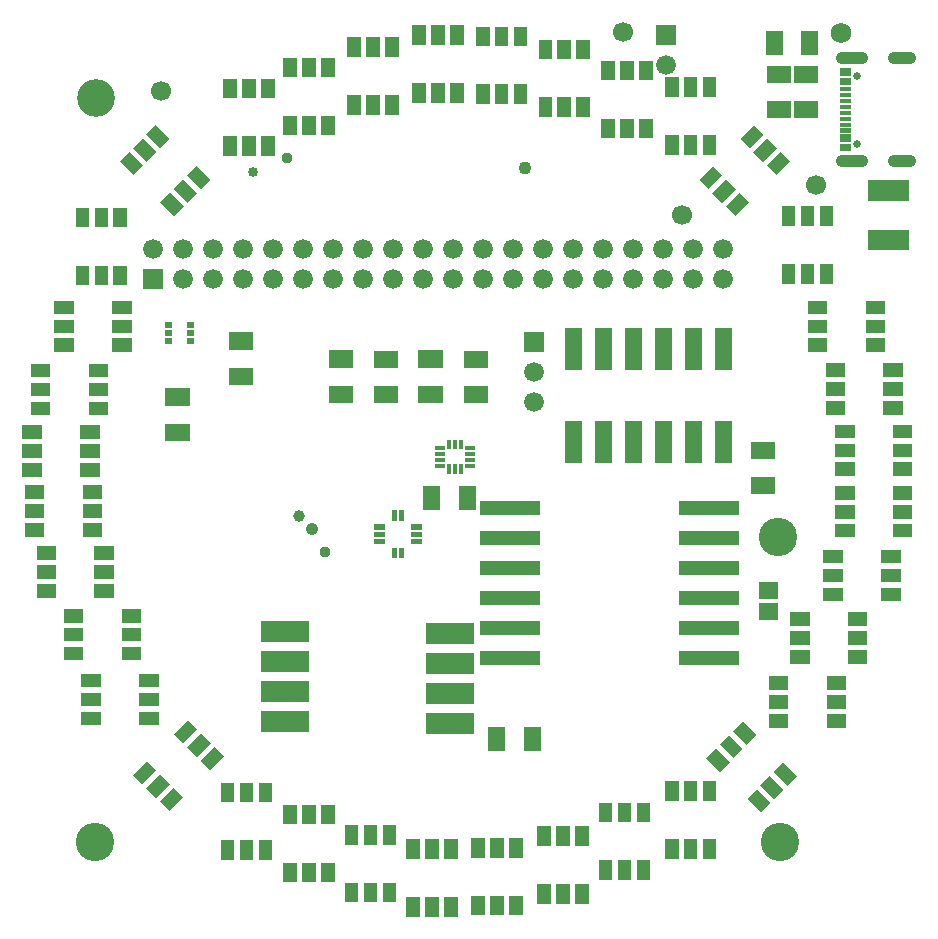
<source format=gbr>
G04 start of page 7 for group -4063 idx -4063 *
G04 Title: (unknown), componentmask *
G04 Creator: pcb 4.2.0 *
G04 CreationDate: Thu Mar 26 12:54:29 2020 UTC *
G04 For: blinken *
G04 Format: Gerber/RS-274X *
G04 PCB-Dimensions (mm): 90.16 90.16 *
G04 PCB-Coordinate-Origin: lower left *
%MOMM*%
%FSLAX43Y43*%
%LNTOPMASK*%
%ADD67C,1.008*%
%ADD66C,3.200*%
%ADD65C,0.850*%
%ADD64C,0.950*%
%ADD63C,1.000*%
%ADD62C,1.050*%
%ADD61C,1.100*%
%ADD60C,1.750*%
%ADD59C,1.700*%
%ADD58C,3.250*%
%ADD57C,0.650*%
%ADD56C,0.002*%
%ADD55C,1.676*%
G54D55*X26110Y66370D03*
X28650D03*
X31190D03*
X26110Y68910D03*
X28650D03*
X31190D03*
X33730D03*
X36270D03*
X38810D03*
X18490Y66370D03*
Y68910D03*
X21030Y66370D03*
Y68910D03*
G54D56*G36*
X12572Y67208D02*Y65532D01*
X14248D01*
Y67208D01*
X12572D01*
G37*
G54D55*X13410Y68910D03*
X15950Y66370D03*
Y68910D03*
X23570Y66370D03*
Y68910D03*
X41350D03*
X43890Y66370D03*
X46430D03*
X48970D03*
X43890Y68910D03*
X46430D03*
X48970D03*
X51510D03*
X54050D03*
X56590D03*
X51510Y66370D03*
X54050D03*
X56590D03*
X59130D03*
Y68910D03*
X61670D03*
G54D57*X72950Y77790D03*
Y83570D03*
G54D56*G36*
X55980Y87858D02*Y86181D01*
X57656D01*
Y87858D01*
X55980D01*
G37*
G54D55*X56818Y84480D03*
X61670Y66370D03*
X33730D03*
X36270D03*
X38810D03*
X41350D03*
G54D56*G36*
X44826Y61848D02*Y60171D01*
X46502D01*
Y61848D01*
X44826D01*
G37*
G54D55*X45664Y58470D03*
Y55930D03*
G54D58*X66500Y18660D03*
G54D59*X58146Y71766D03*
G54D58*X66340Y44520D03*
G54D59*X69540Y74300D03*
X53169Y87281D03*
G54D60*X71655Y87231D03*
G54D61*X44860Y75783D03*
G54D58*X8500Y18660D03*
G54D62*X26822Y45174D03*
G54D63*X25715Y46332D03*
G54D64*X27970Y43230D03*
X24733Y76649D03*
G54D59*X14100Y82260D03*
G54D65*X21853Y75462D03*
G54D66*X8579Y81703D03*
G54D56*G36*
X45077Y82837D02*X43923D01*
Y81183D01*
X45077D01*
Y82837D01*
G37*
G36*
X50377Y81737D02*X49223D01*
Y80083D01*
X50377D01*
Y81737D01*
G37*
G36*
X48777D02*X47623D01*
Y80083D01*
X48777D01*
Y81737D01*
G37*
G36*
X47177D02*X46023D01*
Y80083D01*
X47177D01*
Y81737D01*
G37*
G36*
X50377Y86637D02*X49223D01*
Y84983D01*
X50377D01*
Y86637D01*
G37*
G36*
X57877Y83437D02*X56723D01*
Y81783D01*
X57877D01*
Y83437D01*
G37*
G36*
Y78537D02*X56723D01*
Y76883D01*
X57877D01*
Y78537D01*
G37*
G36*
X55677Y79937D02*X54523D01*
Y78283D01*
X55677D01*
Y79937D01*
G37*
G36*
X54077D02*X52923D01*
Y78283D01*
X54077D01*
Y79937D01*
G37*
G36*
X52477D02*X51323D01*
Y78283D01*
X52477D01*
Y79937D01*
G37*
G36*
X54077Y84837D02*X52923D01*
Y83183D01*
X54077D01*
Y84837D01*
G37*
G36*
X52477D02*X51323D01*
Y83183D01*
X52477D01*
Y84837D01*
G37*
G36*
X55677D02*X54523D01*
Y83183D01*
X55677D01*
Y84837D01*
G37*
G36*
X43477Y87737D02*X42323D01*
Y86083D01*
X43477D01*
Y87737D01*
G37*
G36*
X45077D02*X43923D01*
Y86083D01*
X45077D01*
Y87737D01*
G37*
G36*
X48777Y86637D02*X47623D01*
Y84983D01*
X48777D01*
Y86637D01*
G37*
G36*
X47177D02*X46023D01*
Y84983D01*
X47177D01*
Y86637D01*
G37*
G36*
X39677Y82937D02*X38523D01*
Y81283D01*
X39677D01*
Y82937D01*
G37*
G36*
X43477Y82837D02*X42323D01*
Y81183D01*
X43477D01*
Y82837D01*
G37*
G36*
X41877D02*X40723D01*
Y81183D01*
X41877D01*
Y82837D01*
G37*
G36*
X61077Y78537D02*X59923D01*
Y76883D01*
X61077D01*
Y78537D01*
G37*
G36*
X59477D02*X58323D01*
Y76883D01*
X59477D01*
Y78537D01*
G37*
G36*
X65060Y78597D02*X64244Y79412D01*
X63074Y78243D01*
X63890Y77427D01*
X65060Y78597D01*
G37*
G36*
X63858Y72869D02*X63042Y73685D01*
X61872Y72515D01*
X62688Y71699D01*
X63858Y72869D01*
G37*
G36*
X62726Y74000D02*X61910Y74816D01*
X60741Y73647D01*
X61557Y72831D01*
X62726Y74000D01*
G37*
G36*
X61595Y75132D02*X60779Y75948D01*
X59609Y74778D01*
X60425Y73962D01*
X61595Y75132D01*
G37*
G36*
X66191Y77465D02*X65375Y78281D01*
X64206Y77112D01*
X65021Y76295D01*
X66191Y77465D01*
G37*
G36*
X67322Y76334D02*X66506Y77150D01*
X65337Y75980D01*
X66153Y75164D01*
X67322Y76334D01*
G37*
G36*
X65371Y81422D02*Y79969D01*
X67423D01*
Y81422D01*
X65371D01*
G37*
G36*
X67644Y81416D02*Y79964D01*
X69696D01*
Y81416D01*
X67644D01*
G37*
G36*
X73923Y74737D02*Y72983D01*
X77377D01*
Y74737D01*
X73923D01*
G37*
G36*
X69377Y72507D02*X68223D01*
Y70853D01*
X69377D01*
Y72507D01*
G37*
G36*
X67777D02*X66623D01*
Y70853D01*
X67777D01*
Y72507D01*
G37*
G36*
X69377Y67607D02*X68223D01*
Y65953D01*
X69377D01*
Y67607D01*
G37*
G36*
X67777D02*X66623D01*
Y65953D01*
X67777D01*
Y67607D01*
G37*
G36*
X70977Y72507D02*X69823D01*
Y70853D01*
X70977D01*
Y72507D01*
G37*
G36*
X71573Y82117D02*Y81763D01*
X72477D01*
Y82117D01*
X71573D01*
G37*
G36*
Y81617D02*Y81263D01*
X72477D01*
Y81617D01*
X71573D01*
G37*
G36*
Y81117D02*Y80763D01*
X72477D01*
Y81117D01*
X71573D01*
G37*
G36*
Y80617D02*Y80263D01*
X72477D01*
Y80617D01*
X71573D01*
G37*
G36*
Y80117D02*Y79763D01*
X72477D01*
Y80117D01*
X71573D01*
G37*
G36*
Y79617D02*Y79263D01*
X72477D01*
Y79617D01*
X71573D01*
G37*
G36*
Y79117D02*Y78763D01*
X72477D01*
Y79117D01*
X71573D01*
G37*
G36*
Y77817D02*Y77163D01*
X72477D01*
Y77817D01*
X71573D01*
G37*
G54D67*X71750Y76390D02*X73440D01*
G54D56*G36*
X71573Y78617D02*Y77963D01*
X72477D01*
Y78617D01*
X71573D01*
G37*
G36*
X70977Y67607D02*X69823D01*
Y65953D01*
X70977D01*
Y67607D01*
G37*
G36*
X73923Y70537D02*Y68783D01*
X77377D01*
Y70537D01*
X73923D01*
G37*
G36*
X65371Y84422D02*Y82969D01*
X67423D01*
Y84422D01*
X65371D01*
G37*
G36*
X67644Y84416D02*Y82964D01*
X69696D01*
Y84416D01*
X67644D01*
G37*
G36*
X69696Y87376D02*X68244D01*
Y85324D01*
X69696D01*
Y87376D01*
G37*
G36*
X66696D02*X65244D01*
Y85324D01*
X66696D01*
Y87376D01*
G37*
G36*
X71573Y82617D02*Y82263D01*
X72477D01*
Y82617D01*
X71573D01*
G37*
G54D67*X71750Y85040D02*X73440D01*
X76100D02*X77500D01*
G54D56*G36*
X71573Y84217D02*Y83563D01*
X72477D01*
Y84217D01*
X71573D01*
G37*
G36*
Y83417D02*Y82763D01*
X72477D01*
Y83417D01*
X71573D01*
G37*
G36*
X59477Y83437D02*X58323D01*
Y81783D01*
X59477D01*
Y83437D01*
G37*
G36*
X61077D02*X59923D01*
Y81783D01*
X61077D01*
Y83437D01*
G37*
G36*
X35844Y57320D02*Y55868D01*
X37896D01*
Y57320D01*
X35844D01*
G37*
G36*
X39708Y57311D02*Y55858D01*
X41761D01*
Y57311D01*
X39708D01*
G37*
G36*
X35844Y60320D02*Y58867D01*
X37896D01*
Y60320D01*
X35844D01*
G37*
G36*
X32059Y57313D02*Y55861D01*
X34111D01*
Y57313D01*
X32059D01*
G37*
G36*
X28263Y57317D02*Y55865D01*
X30315D01*
Y57317D01*
X28263D01*
G37*
G36*
X32059Y60313D02*Y58860D01*
X34111D01*
Y60313D01*
X32059D01*
G37*
G36*
X28263Y60317D02*Y58864D01*
X30315D01*
Y60317D01*
X28263D01*
G37*
G36*
X39708Y60310D02*Y58858D01*
X41761D01*
Y60310D01*
X39708D01*
G37*
G36*
X49708Y62244D02*X48304D01*
Y58690D01*
X49708D01*
Y62244D01*
G37*
G36*
X52248D02*X50844D01*
Y58690D01*
X52248D01*
Y62244D01*
G37*
G36*
X54788D02*X53384D01*
Y58690D01*
X54788D01*
Y62244D01*
G37*
G36*
X57328D02*X55924D01*
Y58690D01*
X57328D01*
Y62244D01*
G37*
G36*
X59868D02*X58464D01*
Y58690D01*
X59868D01*
Y62244D01*
G37*
G36*
X62408D02*X61004D01*
Y58690D01*
X62408D01*
Y62244D01*
G37*
G36*
X49708Y54344D02*X48304D01*
Y50790D01*
X49708D01*
Y54344D01*
G37*
G36*
X52248D02*X50844D01*
Y50790D01*
X52248D01*
Y54344D01*
G37*
G36*
X64654Y38916D02*Y37464D01*
X66306D01*
Y38916D01*
X64654D01*
G37*
G36*
X35255Y44384D02*Y43934D01*
X36155D01*
Y44384D01*
X35255D01*
G37*
G36*
X34655Y43634D02*X34205D01*
Y42734D01*
X34655D01*
Y43634D01*
G37*
G36*
X34055D02*X33605D01*
Y42734D01*
X34055D01*
Y43634D01*
G37*
G36*
X35255Y44984D02*Y44534D01*
X36155D01*
Y44984D01*
X35255D01*
G37*
G36*
Y45584D02*Y45134D01*
X36155D01*
Y45584D01*
X35255D01*
G37*
G36*
X34655Y46794D02*X34205D01*
Y45894D01*
X34655D01*
Y46794D01*
G37*
G36*
X34055D02*X33605D01*
Y45894D01*
X34055D01*
Y46794D01*
G37*
G36*
X32095Y44384D02*Y43934D01*
X32995D01*
Y44384D01*
X32095D01*
G37*
G36*
Y44984D02*Y44534D01*
X32995D01*
Y44984D01*
X32095D01*
G37*
G36*
Y45584D02*Y45134D01*
X32995D01*
Y45584D01*
X32095D01*
G37*
G36*
X37289Y52242D02*Y51891D01*
X38089D01*
Y52242D01*
X37289D01*
G37*
G36*
Y51741D02*Y51391D01*
X38089D01*
Y51741D01*
X37289D01*
G37*
G36*
Y51242D02*Y50891D01*
X38089D01*
Y51242D01*
X37289D01*
G37*
G36*
Y50742D02*Y50391D01*
X38089D01*
Y50742D01*
X37289D01*
G37*
G36*
X37704Y48844D02*X36252D01*
Y46792D01*
X37704D01*
Y48844D01*
G37*
G36*
X39839Y52242D02*Y51891D01*
X40639D01*
Y52242D01*
X39839D01*
G37*
G36*
Y51741D02*Y51391D01*
X40639D01*
Y51741D01*
X39839D01*
G37*
G36*
Y51242D02*Y50891D01*
X40639D01*
Y51242D01*
X39839D01*
G37*
G36*
Y50742D02*Y50391D01*
X40639D01*
Y50742D01*
X39839D01*
G37*
G36*
X38639Y52742D02*X38289D01*
Y51942D01*
X38639D01*
Y52742D01*
G37*
G36*
X39139D02*X38789D01*
Y51942D01*
X39139D01*
Y52742D01*
G37*
G36*
X39639D02*X39289D01*
Y51942D01*
X39639D01*
Y52742D01*
G37*
G36*
X38639Y50692D02*X38289D01*
Y49891D01*
X38639D01*
Y50692D01*
G37*
G36*
X39139D02*X38789D01*
Y49891D01*
X39139D01*
Y50692D01*
G37*
G36*
X39639D02*X39289D01*
Y49891D01*
X39639D01*
Y50692D01*
G37*
G36*
X40704Y48844D02*X39252D01*
Y46792D01*
X40704D01*
Y48844D01*
G37*
G36*
X62408Y54344D02*X61004D01*
Y50790D01*
X62408D01*
Y54344D01*
G37*
G36*
X64014Y52606D02*Y51154D01*
X66066D01*
Y52606D01*
X64014D01*
G37*
G36*
Y49606D02*Y48154D01*
X66066D01*
Y49606D01*
X64014D01*
G37*
G36*
X64654Y40716D02*Y39264D01*
X66306D01*
Y40716D01*
X64654D01*
G37*
G36*
X54788Y54344D02*X53384D01*
Y50790D01*
X54788D01*
Y54344D01*
G37*
G36*
X57328D02*X55924D01*
Y50790D01*
X57328D01*
Y54344D01*
G37*
G36*
X59868D02*X58464D01*
Y50790D01*
X59868D01*
Y54344D01*
G37*
G36*
X73723Y62937D02*Y61783D01*
X75377D01*
Y62937D01*
X73723D01*
G37*
G36*
Y64537D02*Y63383D01*
X75377D01*
Y64537D01*
X73723D01*
G37*
G36*
X68823Y61337D02*Y60183D01*
X70477D01*
Y61337D01*
X68823D01*
G37*
G36*
Y62937D02*Y61783D01*
X70477D01*
Y62937D01*
X68823D01*
G37*
G36*
Y64537D02*Y63383D01*
X70477D01*
Y64537D01*
X68823D01*
G37*
G36*
X73723Y61337D02*Y60183D01*
X75377D01*
Y61337D01*
X73723D01*
G37*
G36*
X75223Y59237D02*Y58083D01*
X76877D01*
Y59237D01*
X75223D01*
G37*
G36*
X70323Y57637D02*Y56483D01*
X71977D01*
Y57637D01*
X70323D01*
G37*
G36*
Y59237D02*Y58083D01*
X71977D01*
Y59237D01*
X70323D01*
G37*
G54D67*X76100Y76390D02*X77500D01*
G54D56*G36*
X75223Y57637D02*Y56483D01*
X76877D01*
Y57637D01*
X75223D01*
G37*
G36*
Y56037D02*Y54883D01*
X76877D01*
Y56037D01*
X75223D01*
G37*
G36*
X76023Y54037D02*Y52883D01*
X77677D01*
Y54037D01*
X76023D01*
G37*
G36*
X70323Y56037D02*Y54883D01*
X71977D01*
Y56037D01*
X70323D01*
G37*
G36*
X71123Y52437D02*Y51283D01*
X72777D01*
Y52437D01*
X71123D01*
G37*
G36*
Y54037D02*Y52883D01*
X72777D01*
Y54037D01*
X71123D01*
G37*
G36*
X76023Y52437D02*Y51283D01*
X77677D01*
Y52437D01*
X76023D01*
G37*
G36*
Y50837D02*Y49683D01*
X77677D01*
Y50837D01*
X76023D01*
G37*
G36*
Y47237D02*Y46083D01*
X77677D01*
Y47237D01*
X76023D01*
G37*
G36*
Y48837D02*Y47683D01*
X77677D01*
Y48837D01*
X76023D01*
G37*
G36*
X71123Y50837D02*Y49683D01*
X72777D01*
Y50837D01*
X71123D01*
G37*
G36*
Y47237D02*Y46083D01*
X72777D01*
Y47237D01*
X71123D01*
G37*
G36*
Y48837D02*Y47683D01*
X72777D01*
Y48837D01*
X71123D01*
G37*
G36*
X76023Y45637D02*Y44483D01*
X77677D01*
Y45637D01*
X76023D01*
G37*
G36*
X75023Y41837D02*Y40683D01*
X76677D01*
Y41837D01*
X75023D01*
G37*
G36*
Y43437D02*Y42283D01*
X76677D01*
Y43437D01*
X75023D01*
G37*
G36*
X71123Y45637D02*Y44483D01*
X72777D01*
Y45637D01*
X71123D01*
G37*
G36*
X70123Y40237D02*Y39083D01*
X71777D01*
Y40237D01*
X70123D01*
G37*
G36*
Y41837D02*Y40683D01*
X71777D01*
Y41837D01*
X70123D01*
G37*
G36*
Y43437D02*Y42283D01*
X71777D01*
Y43437D01*
X70123D01*
G37*
G36*
X75023Y40237D02*Y39083D01*
X76677D01*
Y40237D01*
X75023D01*
G37*
G36*
X72223Y36537D02*Y35383D01*
X73877D01*
Y36537D01*
X72223D01*
G37*
G36*
Y38137D02*Y36983D01*
X73877D01*
Y38137D01*
X72223D01*
G37*
G36*
X67323Y36537D02*Y35383D01*
X68977D01*
Y36537D01*
X67323D01*
G37*
G36*
Y38137D02*Y36983D01*
X68977D01*
Y38137D01*
X67323D01*
G37*
G36*
X72223Y34937D02*Y33783D01*
X73877D01*
Y34937D01*
X72223D01*
G37*
G36*
X67323D02*Y33783D01*
X68977D01*
Y34937D01*
X67323D01*
G37*
G36*
X70423Y31137D02*Y29983D01*
X72077D01*
Y31137D01*
X70423D01*
G37*
G36*
Y32737D02*Y31583D01*
X72077D01*
Y32737D01*
X70423D01*
G37*
G36*
X65523D02*Y31583D01*
X67177D01*
Y32737D01*
X65523D01*
G37*
G36*
Y29537D02*Y28383D01*
X67177D01*
Y29537D01*
X65523D01*
G37*
G36*
X70423D02*Y28383D01*
X72077D01*
Y29537D01*
X70423D01*
G37*
G36*
X65523Y31137D02*Y29983D01*
X67177D01*
Y31137D01*
X65523D01*
G37*
G36*
X61035Y26648D02*X60219Y25832D01*
X61389Y24662D01*
X62205Y25478D01*
X61035Y26648D01*
G37*
G36*
X62166Y27779D02*X61350Y26963D01*
X62520Y25794D01*
X63336Y26610D01*
X62166Y27779D01*
G37*
G36*
X63298Y28911D02*X62482Y28095D01*
X63652Y26925D01*
X64468Y27741D01*
X63298Y28911D01*
G37*
G36*
X65631Y24315D02*X64815Y23499D01*
X65985Y22329D01*
X66801Y23145D01*
X65631Y24315D01*
G37*
G36*
X66763Y25446D02*X65947Y24630D01*
X67116Y23460D01*
X67932Y24277D01*
X66763Y25446D01*
G37*
G36*
X64500Y23183D02*X63684Y22367D01*
X64854Y21198D01*
X65670Y22014D01*
X64500Y23183D01*
G37*
G36*
X57908Y34908D02*Y33650D01*
X62976D01*
Y34908D01*
X57908D01*
G37*
G36*
Y37448D02*Y36190D01*
X62976D01*
Y37448D01*
X57908D01*
G37*
G36*
Y39988D02*Y38730D01*
X62976D01*
Y39988D01*
X57908D01*
G37*
G36*
Y42528D02*Y41270D01*
X62976D01*
Y42528D01*
X57908D01*
G37*
G36*
Y45068D02*Y43810D01*
X62976D01*
Y45068D01*
X57908D01*
G37*
G36*
Y47608D02*Y46350D01*
X62976D01*
Y47608D01*
X57908D01*
G37*
G36*
X59477Y18937D02*X58323D01*
Y17283D01*
X59477D01*
Y18937D01*
G37*
G36*
X57877D02*X56723D01*
Y17283D01*
X57877D01*
Y18937D01*
G37*
G36*
X55477Y17137D02*X54323D01*
Y15483D01*
X55477D01*
Y17137D01*
G37*
G36*
X61077Y18937D02*X59923D01*
Y17283D01*
X61077D01*
Y18937D01*
G37*
G36*
X57877Y23837D02*X56723D01*
Y22183D01*
X57877D01*
Y23837D01*
G37*
G36*
X59477D02*X58323D01*
Y22183D01*
X59477D01*
Y23837D01*
G37*
G36*
X61077D02*X59923D01*
Y22183D01*
X61077D01*
Y23837D01*
G37*
G36*
X52277Y22037D02*X51123D01*
Y20383D01*
X52277D01*
Y22037D01*
G37*
G36*
X53877D02*X52723D01*
Y20383D01*
X53877D01*
Y22037D01*
G37*
G36*
X55477D02*X54323D01*
Y20383D01*
X55477D01*
Y22037D01*
G37*
G36*
X36463Y37256D02*Y35498D01*
X40521D01*
Y37256D01*
X36463D01*
G37*
G36*
X41098Y34908D02*Y33650D01*
X46166D01*
Y34908D01*
X41098D01*
G37*
G36*
Y37448D02*Y36190D01*
X46166D01*
Y37448D01*
X41098D01*
G37*
G36*
X36463Y34716D02*Y32958D01*
X40521D01*
Y34716D01*
X36463D01*
G37*
G36*
Y32176D02*Y30418D01*
X40521D01*
Y32176D01*
X36463D01*
G37*
G36*
Y29636D02*Y27878D01*
X40521D01*
Y29636D01*
X36463D01*
G37*
G36*
X41098Y39988D02*Y38730D01*
X46166D01*
Y39988D01*
X41098D01*
G37*
G36*
Y42528D02*Y41270D01*
X46166D01*
Y42528D01*
X41098D01*
G37*
G36*
Y45068D02*Y43810D01*
X46166D01*
Y45068D01*
X41098D01*
G37*
G36*
Y47608D02*Y46350D01*
X46166D01*
Y47608D01*
X41098D01*
G37*
G36*
X46214Y28472D02*X44761D01*
Y26420D01*
X46214D01*
Y28472D01*
G37*
G36*
X43214D02*X41762D01*
Y26420D01*
X43214D01*
Y28472D01*
G37*
G36*
X53877Y17137D02*X52723D01*
Y15483D01*
X53877D01*
Y17137D01*
G37*
G36*
X52277D02*X51123D01*
Y15483D01*
X52277D01*
Y17137D01*
G37*
G36*
X50277Y15137D02*X49123D01*
Y13483D01*
X50277D01*
Y15137D01*
G37*
G36*
X47077Y20037D02*X45923D01*
Y18383D01*
X47077D01*
Y20037D01*
G37*
G36*
X48677D02*X47523D01*
Y18383D01*
X48677D01*
Y20037D01*
G37*
G36*
X50277D02*X49123D01*
Y18383D01*
X50277D01*
Y20037D01*
G37*
G36*
X48677Y15137D02*X47523D01*
Y13483D01*
X48677D01*
Y15137D01*
G37*
G36*
X47077D02*X45923D01*
Y13483D01*
X47077D01*
Y15137D01*
G37*
G36*
X43077Y14137D02*X41923D01*
Y12483D01*
X43077D01*
Y14137D01*
G37*
G36*
X44677D02*X43523D01*
Y12483D01*
X44677D01*
Y14137D01*
G37*
G36*
X41477Y19037D02*X40323D01*
Y17383D01*
X41477D01*
Y19037D01*
G37*
G36*
X43077D02*X41923D01*
Y17383D01*
X43077D01*
Y19037D01*
G37*
G36*
X44677D02*X43523D01*
Y17383D01*
X44677D01*
Y19037D01*
G37*
G36*
X41477Y14137D02*X40323D01*
Y12483D01*
X41477D01*
Y14137D01*
G37*
G36*
X32377Y15237D02*X31223D01*
Y13583D01*
X32377D01*
Y15237D01*
G37*
G36*
X33977D02*X32823D01*
Y13583D01*
X33977D01*
Y15237D01*
G37*
G36*
X30777D02*X29623D01*
Y13583D01*
X30777D01*
Y15237D01*
G37*
G36*
X35977Y14037D02*X34823D01*
Y12383D01*
X35977D01*
Y14037D01*
G37*
G36*
X30777Y20137D02*X29623D01*
Y18483D01*
X30777D01*
Y20137D01*
G37*
G36*
X25577Y21837D02*X24423D01*
Y20183D01*
X25577D01*
Y21837D01*
G37*
G36*
X27177D02*X26023D01*
Y20183D01*
X27177D01*
Y21837D01*
G37*
G36*
X28777D02*X27623D01*
Y20183D01*
X28777D01*
Y21837D01*
G37*
G36*
X32377Y20137D02*X31223D01*
Y18483D01*
X32377D01*
Y20137D01*
G37*
G36*
X33977D02*X32823D01*
Y18483D01*
X33977D01*
Y20137D01*
G37*
G36*
X27177Y16937D02*X26023D01*
Y15283D01*
X27177D01*
Y16937D01*
G37*
G36*
X28777D02*X27623D01*
Y15283D01*
X28777D01*
Y16937D01*
G37*
G36*
X25577D02*X24423D01*
Y15283D01*
X25577D01*
Y16937D01*
G37*
G36*
X37577Y14037D02*X36423D01*
Y12383D01*
X37577D01*
Y14037D01*
G37*
G36*
X39177D02*X38023D01*
Y12383D01*
X39177D01*
Y14037D01*
G37*
G36*
X21877Y18837D02*X20723D01*
Y17183D01*
X21877D01*
Y18837D01*
G37*
G36*
X20277Y23737D02*X19123D01*
Y22083D01*
X20277D01*
Y23737D01*
G37*
G36*
X21877D02*X20723D01*
Y22083D01*
X21877D01*
Y23737D01*
G37*
G36*
X20277Y18837D02*X19123D01*
Y17183D01*
X20277D01*
Y18837D01*
G37*
G36*
X23477D02*X22323D01*
Y17183D01*
X23477D01*
Y18837D01*
G37*
G36*
Y23737D02*X22323D01*
Y22083D01*
X23477D01*
Y23737D01*
G37*
G36*
X35977Y18937D02*X34823D01*
Y17283D01*
X35977D01*
Y18937D01*
G37*
G36*
X37577D02*X36423D01*
Y17283D01*
X37577D01*
Y18937D01*
G37*
G36*
X39177D02*X38023D01*
Y17283D01*
X39177D01*
Y18937D01*
G37*
G36*
X19385Y25951D02*X18569Y26767D01*
X17399Y25597D01*
X18215Y24781D01*
X19385Y25951D01*
G37*
G36*
X22507Y37383D02*Y35625D01*
X26565D01*
Y37383D01*
X22507D01*
G37*
G36*
Y34843D02*Y33085D01*
X26565D01*
Y34843D01*
X22507D01*
G37*
G36*
Y32303D02*Y30545D01*
X26565D01*
Y32303D01*
X22507D01*
G37*
G36*
Y29763D02*Y28005D01*
X26565D01*
Y29763D01*
X22507D01*
G37*
G36*
X14789Y23618D02*X13973Y24434D01*
X12803Y23264D01*
X13619Y22448D01*
X14789Y23618D01*
G37*
G36*
X15920Y22486D02*X15104Y23302D01*
X13934Y22133D01*
X14751Y21317D01*
X15920Y22486D01*
G37*
G36*
X17122Y28214D02*X16306Y29030D01*
X15136Y27860D01*
X15952Y27044D01*
X17122Y28214D01*
G37*
G36*
X18253Y27082D02*X17437Y27899D01*
X16268Y26729D01*
X17084Y25913D01*
X18253Y27082D01*
G37*
G36*
X13657Y24749D02*X12841Y25565D01*
X11672Y24395D01*
X12488Y23579D01*
X13657Y24749D01*
G37*
G36*
X12223Y31337D02*Y30183D01*
X13877D01*
Y31337D01*
X12223D01*
G37*
G36*
Y29737D02*Y28583D01*
X13877D01*
Y29737D01*
X12223D01*
G37*
G36*
X7323Y31337D02*X7323Y30183D01*
X8977Y30183D01*
X8977Y31337D01*
X7323Y31337D01*
G37*
G36*
X7323Y29737D02*Y28583D01*
X8977D01*
Y29737D01*
X7323D01*
G37*
G36*
X12223Y32937D02*X12223Y31783D01*
X13877Y31783D01*
X13877Y32937D01*
X12223Y32937D01*
G37*
G36*
X7323Y32937D02*Y31783D01*
X8977D01*
Y32937D01*
X7323D01*
G37*
G36*
X38077Y87837D02*X36923D01*
Y86183D01*
X38077D01*
Y87837D01*
G37*
G36*
X39677D02*X38523D01*
Y86183D01*
X39677D01*
Y87837D01*
G37*
G36*
X41877Y87737D02*X40723D01*
Y86083D01*
X41877D01*
Y87737D01*
G37*
G36*
X36477Y87837D02*X35323D01*
Y86183D01*
X36477D01*
Y87837D01*
G37*
G36*
X32577Y86837D02*X31423D01*
Y85183D01*
X32577D01*
Y86837D01*
G37*
G36*
X30977D02*X29823D01*
Y85183D01*
X30977D01*
Y86837D01*
G37*
G36*
X34177D02*X33023D01*
Y85183D01*
X34177D01*
Y86837D01*
G37*
G36*
X22077Y83337D02*X20923D01*
Y81683D01*
X22077D01*
Y83337D01*
G37*
G36*
X23677Y78437D02*X22523D01*
Y76783D01*
X23677D01*
Y78437D01*
G37*
G36*
Y83337D02*X22523D01*
Y81683D01*
X23677D01*
Y83337D01*
G37*
G36*
X27167Y85097D02*X26013D01*
Y83443D01*
X27167D01*
Y85097D01*
G37*
G36*
X28767D02*X27613D01*
Y83443D01*
X28767D01*
Y85097D01*
G37*
G36*
X25567D02*X24413D01*
Y83443D01*
X25567D01*
Y85097D01*
G37*
G36*
X28767Y80197D02*X27613D01*
Y78543D01*
X28767D01*
Y80197D01*
G37*
G36*
X27167D02*X26013D01*
Y78543D01*
X27167D01*
Y80197D01*
G37*
G36*
X25567D02*X24413D01*
Y78543D01*
X25567D01*
Y80197D01*
G37*
G36*
X38077Y82937D02*X36923D01*
Y81283D01*
X38077D01*
Y82937D01*
G37*
G36*
X36477D02*X35323D01*
Y81283D01*
X36477D01*
Y82937D01*
G37*
G36*
X34177Y81937D02*X33023D01*
Y80283D01*
X34177D01*
Y81937D01*
G37*
G36*
X32577D02*X31423D01*
Y80283D01*
X32577D01*
Y81937D01*
G37*
G36*
X30977D02*X29823D01*
Y80283D01*
X30977D01*
Y81937D01*
G37*
G36*
X12496Y78293D02*X11679Y77477D01*
X12849Y76308D01*
X13665Y77124D01*
X12496Y78293D01*
G37*
G36*
X11364Y77162D02*X10548Y76346D01*
X11718Y75176D01*
X12534Y75992D01*
X11364Y77162D01*
G37*
G36*
X13627Y79425D02*X12811Y78608D01*
X13981Y77439D01*
X14796Y78255D01*
X13627Y79425D01*
G37*
G36*
X17092Y75960D02*X16276Y75144D01*
X17445Y73974D01*
X18261Y74790D01*
X17092Y75960D01*
G37*
G36*
X15960Y74828D02*X15144Y74012D01*
X16314Y72843D01*
X17130Y73659D01*
X15960Y74828D01*
G37*
G36*
X14829Y73697D02*X14013Y72881D01*
X15183Y71711D01*
X15999Y72527D01*
X14829Y73697D01*
G37*
G36*
X20477Y83337D02*X19323D01*
Y81683D01*
X20477D01*
Y83337D01*
G37*
G36*
X22077Y78437D02*X20923D01*
Y76783D01*
X22077D01*
Y78437D01*
G37*
G36*
X20477D02*X19323D01*
Y76783D01*
X20477D01*
Y78437D01*
G37*
G36*
X5823Y36837D02*X5823Y35683D01*
X7477Y35683D01*
X7477Y36837D01*
X5823Y36837D01*
G37*
G36*
X10723Y38437D02*X10723Y37283D01*
X12377Y37283D01*
X12377Y38437D01*
X10723Y38437D01*
G37*
G36*
X10723Y36837D02*Y35683D01*
X12377D01*
Y36837D01*
X10723D01*
G37*
G36*
X5823Y38437D02*Y37283D01*
X7477D01*
Y38437D01*
X5823D01*
G37*
G36*
Y35237D02*Y34083D01*
X7477D01*
Y35237D01*
X5823D01*
G37*
G36*
X10723D02*Y34083D01*
X12377D01*
Y35237D01*
X10723D01*
G37*
G36*
X3523Y42137D02*X3523Y40983D01*
X5177Y40983D01*
X5177Y42137D01*
X3523Y42137D01*
G37*
G36*
X3523Y40537D02*Y39383D01*
X5177D01*
Y40537D01*
X3523D01*
G37*
G36*
X8423Y43737D02*X8423Y42583D01*
X10077Y42583D01*
X10077Y43737D01*
X8423Y43737D01*
G37*
G36*
X8423Y40537D02*Y39383D01*
X10077D01*
Y40537D01*
X8423D01*
G37*
G36*
Y42137D02*Y40983D01*
X10077D01*
Y42137D01*
X8423D01*
G37*
G36*
X7423Y45687D02*Y44533D01*
X9077D01*
Y45687D01*
X7423D01*
G37*
G36*
X3523Y43737D02*Y42583D01*
X5177D01*
Y43737D01*
X3523D01*
G37*
G36*
X2523Y47287D02*X2523Y46133D01*
X4177Y46133D01*
X4177Y47287D01*
X2523Y47287D01*
G37*
G36*
X2523Y45687D02*Y44533D01*
X4177D01*
Y45687D01*
X2523D01*
G37*
G36*
Y48887D02*Y47733D01*
X4177D01*
Y48887D01*
X2523D01*
G37*
G36*
X2323Y52387D02*X2323Y51233D01*
X3977Y51233D01*
X3977Y52387D01*
X2323Y52387D01*
G37*
G36*
X2323Y50787D02*Y49633D01*
X3977D01*
Y50787D01*
X2323D01*
G37*
G36*
X7423Y48887D02*X7423Y47733D01*
X9077Y47733D01*
X9077Y48887D01*
X7423Y48887D01*
G37*
G36*
X7423Y47287D02*Y46133D01*
X9077D01*
Y47287D01*
X7423D01*
G37*
G36*
X7223Y52387D02*Y51233D01*
X8877D01*
Y52387D01*
X7223D01*
G37*
G36*
Y50787D02*Y49633D01*
X8877D01*
Y50787D01*
X7223D01*
G37*
G36*
X2323Y53987D02*Y52833D01*
X3977D01*
Y53987D01*
X2323D01*
G37*
G36*
X3023Y55987D02*Y54833D01*
X4677D01*
Y55987D01*
X3023D01*
G37*
G36*
X7223Y53987D02*X7223Y52833D01*
X8877Y52833D01*
X8877Y53987D01*
X7223Y53987D01*
G37*
G36*
X7923Y57587D02*Y56433D01*
X9577D01*
Y57587D01*
X7923D01*
G37*
G36*
Y55987D02*Y54833D01*
X9577D01*
Y55987D01*
X7923D01*
G37*
G36*
X9587Y72397D02*X8433Y72397D01*
X8433Y70743D01*
X9587Y70743D01*
X9587Y72397D01*
G37*
G36*
X11187Y67497D02*X10033Y67497D01*
X10033Y65843D01*
X11187Y65843D01*
X11187Y67497D01*
G37*
G36*
X9587Y67497D02*X8433D01*
Y65843D01*
X9587D01*
Y67497D01*
G37*
G36*
X11187Y72397D02*X10033D01*
Y70743D01*
X11187D01*
Y72397D01*
G37*
G36*
X7987D02*X6833D01*
Y70743D01*
X7987D01*
Y72397D01*
G37*
G36*
Y67497D02*X6833D01*
Y65843D01*
X7987D01*
Y67497D01*
G37*
G36*
X3023Y57587D02*X3023Y56433D01*
X4677Y56433D01*
X4677Y57587D01*
X3023Y57587D01*
G37*
G36*
X3023Y59187D02*Y58033D01*
X4677D01*
Y59187D01*
X3023D01*
G37*
G36*
X5023Y62937D02*X5023Y61783D01*
X6677Y61783D01*
X6677Y62937D01*
X5023Y62937D01*
G37*
G36*
X5023Y61337D02*Y60183D01*
X6677D01*
Y61337D01*
X5023D01*
G37*
G36*
Y64537D02*Y63383D01*
X6677D01*
Y64537D01*
X5023D01*
G37*
G36*
X7923Y59187D02*X7923Y58033D01*
X9577Y58033D01*
X9577Y59187D01*
X7923Y59187D01*
G37*
G36*
X9923Y64537D02*X9923Y63383D01*
X11577Y63383D01*
X11577Y64537D01*
X9923Y64537D01*
G37*
G36*
X9923Y62937D02*Y61783D01*
X11577D01*
Y62937D01*
X9923D01*
G37*
G36*
Y61337D02*Y60183D01*
X11577D01*
Y61337D01*
X9923D01*
G37*
G36*
X16250Y61396D02*Y60893D01*
X16853D01*
Y61396D01*
X16250D01*
G37*
G36*
X19795Y58839D02*Y57387D01*
X21847D01*
Y58839D01*
X19795D01*
G37*
G36*
Y61839D02*Y60386D01*
X21847D01*
Y61839D01*
X19795D01*
G37*
G36*
X16250Y62046D02*Y61543D01*
X16853D01*
Y62046D01*
X16250D01*
G37*
G36*
Y62696D02*Y62193D01*
X16853D01*
Y62696D01*
X16250D01*
G37*
G36*
X14400D02*Y62193D01*
X15003D01*
Y62696D01*
X14400D01*
G37*
G36*
Y62046D02*Y61543D01*
X15003D01*
Y62046D01*
X14400D01*
G37*
G36*
Y61396D02*Y60893D01*
X15003D01*
Y61396D01*
X14400D01*
G37*
G36*
X14441Y54104D02*Y52651D01*
X16493D01*
Y54104D01*
X14441D01*
G37*
G36*
Y57103D02*Y55651D01*
X16493D01*
Y57103D01*
X14441D01*
G37*
M02*

</source>
